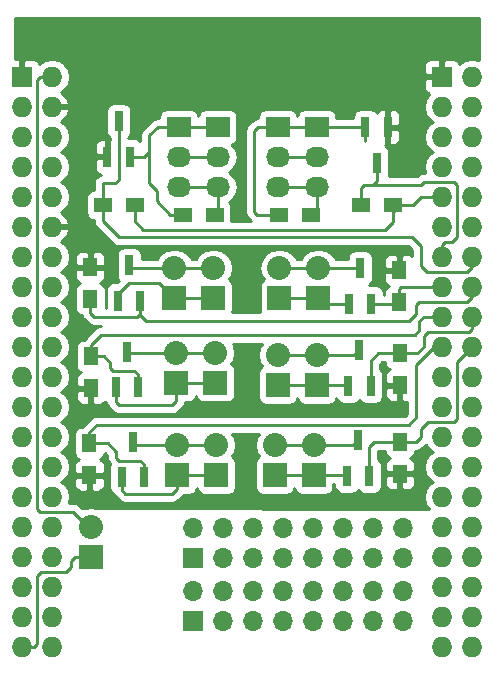
<source format=gbl>
G04 #@! TF.FileFunction,Copper,L2,Bot,Signal*
%FSLAX46Y46*%
G04 Gerber Fmt 4.6, Leading zero omitted, Abs format (unit mm)*
G04 Created by KiCad (PCBNEW 4.0.5) date Mon Feb  6 03:04:20 2017*
%MOMM*%
%LPD*%
G01*
G04 APERTURE LIST*
%ADD10C,0.100000*%
%ADD11R,1.700000X1.700000*%
%ADD12O,1.700000X1.700000*%
%ADD13R,1.500000X1.300000*%
%ADD14R,2.032000X1.727200*%
%ADD15O,2.032000X1.727200*%
%ADD16R,2.032000X2.032000*%
%ADD17O,2.032000X2.032000*%
%ADD18R,0.800100X1.800860*%
%ADD19R,1.727200X1.727200*%
%ADD20O,1.727200X1.727200*%
%ADD21R,1.300000X1.500000*%
%ADD22C,0.254000*%
G04 APERTURE END LIST*
D10*
D11*
X86233000Y-97980500D03*
D12*
X86233000Y-95440500D03*
X88773000Y-97980500D03*
X88773000Y-95440500D03*
X91313000Y-97980500D03*
X91313000Y-95440500D03*
X93853000Y-97980500D03*
X93853000Y-95440500D03*
X96393000Y-97980500D03*
X96393000Y-95440500D03*
X98933000Y-97980500D03*
X98933000Y-95440500D03*
X101473000Y-97980500D03*
X101473000Y-95440500D03*
X104013000Y-97980500D03*
X104013000Y-95440500D03*
D13*
X88091000Y-68961000D03*
X85391000Y-68961000D03*
D14*
X85026500Y-61531500D03*
D15*
X85026500Y-64071500D03*
X85026500Y-66611500D03*
D14*
X88328500Y-61531500D03*
D15*
X88328500Y-64071500D03*
X88328500Y-66611500D03*
D16*
X88138000Y-83185000D03*
D17*
X88138000Y-80645000D03*
D16*
X93408500Y-83375500D03*
D17*
X93408500Y-80835500D03*
D18*
X101280000Y-83416140D03*
X99380000Y-83416140D03*
X100330000Y-80413860D03*
D19*
X71755000Y-57277000D03*
D20*
X74295000Y-57277000D03*
X71755000Y-59817000D03*
X74295000Y-59817000D03*
X71755000Y-62357000D03*
X74295000Y-62357000D03*
X71755000Y-64897000D03*
X74295000Y-64897000D03*
X71755000Y-67437000D03*
X74295000Y-67437000D03*
X71755000Y-69977000D03*
X74295000Y-69977000D03*
X71755000Y-72517000D03*
X74295000Y-72517000D03*
X71755000Y-75057000D03*
X74295000Y-75057000D03*
X71755000Y-77597000D03*
X74295000Y-77597000D03*
X71755000Y-80137000D03*
X74295000Y-80137000D03*
X71755000Y-82677000D03*
X74295000Y-82677000D03*
X71755000Y-85217000D03*
X74295000Y-85217000D03*
X71755000Y-87757000D03*
X74295000Y-87757000D03*
X71755000Y-90297000D03*
X74295000Y-90297000D03*
X71755000Y-92837000D03*
X74295000Y-92837000D03*
X71755000Y-95377000D03*
X74295000Y-95377000D03*
X71755000Y-97917000D03*
X74295000Y-97917000D03*
X71755000Y-100457000D03*
X74295000Y-100457000D03*
X71755000Y-102997000D03*
X74295000Y-102997000D03*
X71755000Y-105537000D03*
X74295000Y-105537000D03*
D19*
X107315000Y-57277000D03*
D20*
X109855000Y-57277000D03*
X107315000Y-59817000D03*
X109855000Y-59817000D03*
X107315000Y-62357000D03*
X109855000Y-62357000D03*
X107315000Y-64897000D03*
X109855000Y-64897000D03*
X107315000Y-67437000D03*
X109855000Y-67437000D03*
X107315000Y-69977000D03*
X109855000Y-69977000D03*
X107315000Y-72517000D03*
X109855000Y-72517000D03*
X107315000Y-75057000D03*
X109855000Y-75057000D03*
X107315000Y-77597000D03*
X109855000Y-77597000D03*
X107315000Y-80137000D03*
X109855000Y-80137000D03*
X107315000Y-82677000D03*
X109855000Y-82677000D03*
X107315000Y-85217000D03*
X109855000Y-85217000D03*
X107315000Y-87757000D03*
X109855000Y-87757000D03*
X107315000Y-90297000D03*
X109855000Y-90297000D03*
X107315000Y-92837000D03*
X109855000Y-92837000D03*
X107315000Y-95377000D03*
X109855000Y-95377000D03*
X107315000Y-97917000D03*
X109855000Y-97917000D03*
X107315000Y-100457000D03*
X109855000Y-100457000D03*
X107315000Y-102997000D03*
X109855000Y-102997000D03*
X107315000Y-105537000D03*
X109855000Y-105537000D03*
D18*
X80896500Y-64048640D03*
X78996500Y-64048640D03*
X79946500Y-61046360D03*
X101343500Y-76494640D03*
X99443500Y-76494640D03*
X100393500Y-73492360D03*
X81785500Y-76240640D03*
X79885500Y-76240640D03*
X80835500Y-73238360D03*
D14*
X93408500Y-61531500D03*
D15*
X93408500Y-64071500D03*
X93408500Y-66611500D03*
D14*
X96710500Y-61531500D03*
D15*
X96710500Y-64071500D03*
X96710500Y-66611500D03*
D16*
X96837500Y-76009500D03*
D17*
X96837500Y-73469500D03*
D16*
X93535500Y-76009500D03*
D17*
X93535500Y-73469500D03*
D16*
X84645500Y-76009500D03*
D17*
X84645500Y-73469500D03*
D16*
X87947500Y-76009500D03*
D17*
X87947500Y-73469500D03*
D16*
X84836000Y-83185000D03*
D17*
X84836000Y-80645000D03*
D16*
X96710500Y-83375500D03*
D17*
X96710500Y-80835500D03*
D16*
X84899500Y-90995500D03*
D17*
X84899500Y-88455500D03*
D16*
X88201500Y-90995500D03*
D17*
X88201500Y-88455500D03*
D16*
X96456500Y-90995500D03*
D17*
X96456500Y-88455500D03*
D16*
X93154500Y-90995500D03*
D17*
X93154500Y-88455500D03*
D18*
X100840500Y-61554360D03*
X102740500Y-61554360D03*
X101790500Y-64556640D03*
X81595000Y-83543140D03*
X79695000Y-83543140D03*
X80645000Y-80540860D03*
X82103000Y-91163140D03*
X80203000Y-91163140D03*
X81153000Y-88160860D03*
X101153000Y-91036140D03*
X99253000Y-91036140D03*
X100203000Y-88033860D03*
D21*
X103695500Y-76343500D03*
X103695500Y-73643500D03*
X77533500Y-76089500D03*
X77533500Y-73389500D03*
X77597000Y-80946000D03*
X77597000Y-83646000D03*
X103759000Y-80692000D03*
X103759000Y-83392000D03*
X77470000Y-88312000D03*
X77470000Y-91012000D03*
X103759000Y-88185000D03*
X103759000Y-90885000D03*
D13*
X96219000Y-68961000D03*
X93519000Y-68961000D03*
X78596500Y-68135500D03*
X81296500Y-68135500D03*
X103140500Y-68135500D03*
X100440500Y-68135500D03*
D16*
X77597000Y-97917000D03*
D17*
X77597000Y-95377000D03*
D11*
X86233000Y-103314500D03*
D12*
X86233000Y-100774500D03*
X88773000Y-103314500D03*
X88773000Y-100774500D03*
X91313000Y-103314500D03*
X91313000Y-100774500D03*
X93853000Y-103314500D03*
X93853000Y-100774500D03*
X96393000Y-103314500D03*
X96393000Y-100774500D03*
X98933000Y-103314500D03*
X98933000Y-100774500D03*
X101473000Y-103314500D03*
X101473000Y-100774500D03*
X104013000Y-103314500D03*
X104013000Y-100774500D03*
D22*
X77597000Y-97917000D02*
X76263500Y-97917000D01*
X72771000Y-105537000D02*
X71755000Y-105537000D01*
X73025000Y-105283000D02*
X72771000Y-105537000D01*
X73025000Y-99504500D02*
X73025000Y-105283000D01*
X73342500Y-99187000D02*
X73025000Y-99504500D01*
X75501500Y-99187000D02*
X73342500Y-99187000D01*
X75882500Y-98806000D02*
X75501500Y-99187000D01*
X75882500Y-98298000D02*
X75882500Y-98806000D01*
X76263500Y-97917000D02*
X75882500Y-98298000D01*
X103140500Y-68135500D02*
X104838500Y-68135500D01*
X105537000Y-67437000D02*
X107315000Y-67437000D01*
X104838500Y-68135500D02*
X105537000Y-67437000D01*
X81296500Y-68135500D02*
X81296500Y-69485500D01*
X103140500Y-69579500D02*
X103140500Y-68135500D01*
X102489000Y-70231000D02*
X103140500Y-69579500D01*
X82042000Y-70231000D02*
X102489000Y-70231000D01*
X81296500Y-69485500D02*
X82042000Y-70231000D01*
X107124500Y-67627500D02*
X107315000Y-67437000D01*
X71755000Y-62357000D02*
X71755000Y-62738000D01*
X103331000Y-68580000D02*
X103140500Y-68770500D01*
X77597000Y-95377000D02*
X77343000Y-95377000D01*
X77343000Y-95377000D02*
X76073000Y-94107000D01*
X76073000Y-94107000D02*
X73279000Y-94107000D01*
X73279000Y-94107000D02*
X73025000Y-93853000D01*
X73025000Y-93853000D02*
X73025000Y-57531000D01*
X73025000Y-57531000D02*
X73279000Y-57277000D01*
X73279000Y-57277000D02*
X74295000Y-57277000D01*
X101473000Y-66421000D02*
X105537000Y-66421000D01*
X107315000Y-71501000D02*
X107315000Y-72517000D01*
X107569000Y-71247000D02*
X107315000Y-71501000D01*
X108204000Y-71247000D02*
X107569000Y-71247000D01*
X108585000Y-70866000D02*
X108204000Y-71247000D01*
X108585000Y-66421000D02*
X108585000Y-70866000D01*
X108331000Y-66167000D02*
X108585000Y-66421000D01*
X105791000Y-66167000D02*
X108331000Y-66167000D01*
X105537000Y-66421000D02*
X105791000Y-66167000D01*
X101790500Y-64556640D02*
X101790500Y-66103500D01*
X100440500Y-66691500D02*
X100440500Y-68135500D01*
X100711000Y-66421000D02*
X100440500Y-66691500D01*
X101473000Y-66421000D02*
X100711000Y-66421000D01*
X101790500Y-66103500D02*
X101473000Y-66421000D01*
X78596500Y-68135500D02*
X78596500Y-69452500D01*
X109855000Y-73406000D02*
X109855000Y-72517000D01*
X109474000Y-73787000D02*
X109855000Y-73406000D01*
X106045000Y-73787000D02*
X109474000Y-73787000D01*
X105537000Y-73279000D02*
X106045000Y-73787000D01*
X105537000Y-71628000D02*
X105537000Y-73279000D01*
X104775000Y-70866000D02*
X105537000Y-71628000D01*
X80010000Y-70866000D02*
X104775000Y-70866000D01*
X78596500Y-69452500D02*
X80010000Y-70866000D01*
X79946500Y-61046360D02*
X79946500Y-65976500D01*
X78596500Y-66310500D02*
X78596500Y-68135500D01*
X78613000Y-66294000D02*
X78596500Y-66310500D01*
X79629000Y-66294000D02*
X78613000Y-66294000D01*
X79946500Y-65976500D02*
X79629000Y-66294000D01*
X103695500Y-76343500D02*
X103695500Y-75247500D01*
X103886000Y-75057000D02*
X107315000Y-75057000D01*
X103695500Y-75247500D02*
X103886000Y-75057000D01*
X101343500Y-76494640D02*
X103544360Y-76494640D01*
X103544360Y-76494640D02*
X103695500Y-76343500D01*
X103695500Y-76343500D02*
X104123500Y-76343500D01*
X101494640Y-76343500D02*
X101343500Y-76494640D01*
X81785500Y-76240640D02*
X81785500Y-77467500D01*
X109855000Y-75946000D02*
X109855000Y-75057000D01*
X109474000Y-76327000D02*
X109855000Y-75946000D01*
X105410000Y-76327000D02*
X109474000Y-76327000D01*
X105156000Y-76581000D02*
X105410000Y-76327000D01*
X105156000Y-77343000D02*
X105156000Y-76581000D01*
X104521000Y-77978000D02*
X105156000Y-77343000D01*
X82296000Y-77978000D02*
X104521000Y-77978000D01*
X81785500Y-77467500D02*
X82296000Y-77978000D01*
X77533500Y-76089500D02*
X77533500Y-77279500D01*
X81785500Y-77345500D02*
X81785500Y-76240640D01*
X81534000Y-77597000D02*
X81785500Y-77345500D01*
X77851000Y-77597000D02*
X81534000Y-77597000D01*
X77533500Y-77279500D02*
X77851000Y-77597000D01*
X81785500Y-76240640D02*
X81785500Y-77091500D01*
X77597000Y-80946000D02*
X77597000Y-80010000D01*
X105791000Y-77597000D02*
X107315000Y-77597000D01*
X105410000Y-77978000D02*
X105791000Y-77597000D01*
X105410000Y-78740000D02*
X105410000Y-77978000D01*
X105029000Y-79121000D02*
X105410000Y-78740000D01*
X78486000Y-79121000D02*
X105029000Y-79121000D01*
X77597000Y-80010000D02*
X78486000Y-79121000D01*
X77470000Y-80946000D02*
X78660000Y-80946000D01*
X81595000Y-82484000D02*
X81595000Y-83543140D01*
X81280000Y-82169000D02*
X81595000Y-82484000D01*
X79502000Y-82169000D02*
X81280000Y-82169000D01*
X79248000Y-81915000D02*
X79502000Y-82169000D01*
X79248000Y-81534000D02*
X79248000Y-81915000D01*
X78660000Y-80946000D02*
X79248000Y-81534000D01*
X103759000Y-80692000D02*
X105236000Y-80692000D01*
X109855000Y-78613000D02*
X109855000Y-77597000D01*
X109601000Y-78867000D02*
X109855000Y-78613000D01*
X106172000Y-78867000D02*
X109601000Y-78867000D01*
X105791000Y-79248000D02*
X106172000Y-78867000D01*
X105791000Y-80137000D02*
X105791000Y-79248000D01*
X105236000Y-80692000D02*
X105791000Y-80137000D01*
X103759000Y-80692000D02*
X101934000Y-80692000D01*
X101280000Y-81346000D02*
X101280000Y-83416140D01*
X101934000Y-80692000D02*
X101280000Y-81346000D01*
X107315000Y-80137000D02*
X106680000Y-80137000D01*
X106680000Y-80137000D02*
X105156000Y-81661000D01*
X77470000Y-87376000D02*
X77470000Y-88312000D01*
X78105000Y-86741000D02*
X77470000Y-87376000D01*
X104521000Y-86741000D02*
X78105000Y-86741000D01*
X105156000Y-86106000D02*
X104521000Y-86741000D01*
X105156000Y-81661000D02*
X105156000Y-86106000D01*
X107315000Y-80137000D02*
X106807000Y-80137000D01*
X77978000Y-88312000D02*
X79041000Y-88312000D01*
X82103000Y-90104000D02*
X82103000Y-91163140D01*
X81788000Y-89789000D02*
X82103000Y-90104000D01*
X80010000Y-89789000D02*
X81788000Y-89789000D01*
X79756000Y-89535000D02*
X80010000Y-89789000D01*
X79756000Y-89027000D02*
X79756000Y-89535000D01*
X79041000Y-88312000D02*
X79756000Y-89027000D01*
X103759000Y-88185000D02*
X105109000Y-88185000D01*
X108585000Y-81407000D02*
X109855000Y-80137000D01*
X108585000Y-86233000D02*
X108585000Y-81407000D01*
X108331000Y-86487000D02*
X108585000Y-86233000D01*
X106172000Y-86487000D02*
X108331000Y-86487000D01*
X105537000Y-87122000D02*
X106172000Y-86487000D01*
X105537000Y-87757000D02*
X105537000Y-87122000D01*
X105109000Y-88185000D02*
X105537000Y-87757000D01*
X101153000Y-91036140D02*
X101153000Y-88585000D01*
X101553000Y-88185000D02*
X103759000Y-88185000D01*
X101153000Y-88585000D02*
X101553000Y-88185000D01*
X93408500Y-61531500D02*
X91757500Y-61531500D01*
X91694000Y-68961000D02*
X93519000Y-68961000D01*
X91440000Y-68707000D02*
X91694000Y-68961000D01*
X91440000Y-61849000D02*
X91440000Y-68707000D01*
X91757500Y-61531500D02*
X91440000Y-61849000D01*
X100840500Y-61554360D02*
X96733360Y-61554360D01*
X96733360Y-61554360D02*
X96710500Y-61531500D01*
X93408500Y-61531500D02*
X96710500Y-61531500D01*
X100840500Y-62189360D02*
X100840500Y-62740500D01*
X96733360Y-62189360D02*
X96710500Y-62166500D01*
X96710500Y-64071500D02*
X93408500Y-64071500D01*
X96710500Y-66611500D02*
X96710500Y-68469500D01*
X96710500Y-68469500D02*
X96219000Y-68961000D01*
X93408500Y-66611500D02*
X96710500Y-66611500D01*
X82550000Y-63627000D02*
X82550000Y-66294000D01*
X84328000Y-68961000D02*
X85391000Y-68961000D01*
X83185000Y-67818000D02*
X84328000Y-68961000D01*
X83185000Y-66929000D02*
X83185000Y-67818000D01*
X82550000Y-66294000D02*
X83185000Y-66929000D01*
X85026500Y-61531500D02*
X83248500Y-61531500D01*
X82128360Y-64048640D02*
X80896500Y-64048640D01*
X82550000Y-63627000D02*
X82128360Y-64048640D01*
X82550000Y-62230000D02*
X82550000Y-63627000D01*
X83248500Y-61531500D02*
X82550000Y-62230000D01*
X85026500Y-61531500D02*
X88328500Y-61531500D01*
X85026500Y-62166500D02*
X84264500Y-62166500D01*
X85026500Y-64071500D02*
X88328500Y-64071500D01*
X88328500Y-66611500D02*
X88328500Y-68723500D01*
X88328500Y-68723500D02*
X88091000Y-68961000D01*
X85026500Y-66611500D02*
X88328500Y-66611500D01*
X99443500Y-76494640D02*
X97322640Y-76494640D01*
X97322640Y-76494640D02*
X96837500Y-76009500D01*
X96837500Y-76009500D02*
X93535500Y-76009500D01*
X100393500Y-73492360D02*
X96860360Y-73492360D01*
X96860360Y-73492360D02*
X96837500Y-73469500D01*
X96837500Y-73469500D02*
X93535500Y-73469500D01*
X79885500Y-76240640D02*
X79885500Y-75689500D01*
X79885500Y-75689500D02*
X80835500Y-74739500D01*
X80835500Y-74739500D02*
X83375500Y-74739500D01*
X83375500Y-74739500D02*
X84645500Y-76009500D01*
X87947500Y-76009500D02*
X84645500Y-76009500D01*
X84645500Y-73469500D02*
X81066640Y-73469500D01*
X81066640Y-73469500D02*
X80835500Y-73238360D01*
X87947500Y-73469500D02*
X84645500Y-73469500D01*
X79695000Y-83543140D02*
X79695000Y-84775000D01*
X84836000Y-84709000D02*
X84836000Y-83185000D01*
X84455000Y-85090000D02*
X84836000Y-84709000D01*
X80010000Y-85090000D02*
X84455000Y-85090000D01*
X79695000Y-84775000D02*
X80010000Y-85090000D01*
X84836000Y-83185000D02*
X88138000Y-83185000D01*
X84836000Y-80645000D02*
X80749140Y-80645000D01*
X80749140Y-80645000D02*
X80645000Y-80540860D01*
X84836000Y-80645000D02*
X88138000Y-80645000D01*
X96710500Y-83375500D02*
X99339360Y-83375500D01*
X99339360Y-83375500D02*
X99380000Y-83416140D01*
X93408500Y-83375500D02*
X96710500Y-83375500D01*
X96710500Y-80835500D02*
X99908360Y-80835500D01*
X99908360Y-80835500D02*
X100330000Y-80413860D01*
X96710500Y-80835500D02*
X93408500Y-80835500D01*
X80203000Y-91163140D02*
X80203000Y-92268000D01*
X84899500Y-92138500D02*
X84899500Y-90995500D01*
X84455000Y-92583000D02*
X84899500Y-92138500D01*
X80518000Y-92583000D02*
X84455000Y-92583000D01*
X80203000Y-92268000D02*
X80518000Y-92583000D01*
X88201500Y-90995500D02*
X84899500Y-90995500D01*
X84899500Y-88455500D02*
X81447640Y-88455500D01*
X81447640Y-88455500D02*
X81153000Y-88160860D01*
X88224360Y-88478360D02*
X88201500Y-88455500D01*
X88201500Y-88455500D02*
X84899500Y-88455500D01*
X96456500Y-90995500D02*
X99212360Y-90995500D01*
X99212360Y-90995500D02*
X99253000Y-91036140D01*
X96456500Y-90995500D02*
X93154500Y-90995500D01*
X96456500Y-88455500D02*
X99781360Y-88455500D01*
X99781360Y-88455500D02*
X100203000Y-88033860D01*
X96456500Y-88455500D02*
X93154500Y-88455500D01*
G36*
X110415000Y-55883951D02*
X109884359Y-55778400D01*
X109825641Y-55778400D01*
X109252152Y-55892474D01*
X108780644Y-56207526D01*
X108716927Y-56053701D01*
X108538298Y-55875073D01*
X108304909Y-55778400D01*
X107600750Y-55778400D01*
X107442000Y-55937150D01*
X107442000Y-57150000D01*
X107462000Y-57150000D01*
X107462000Y-57404000D01*
X107442000Y-57404000D01*
X107442000Y-57424000D01*
X107188000Y-57424000D01*
X107188000Y-57404000D01*
X105975150Y-57404000D01*
X105816400Y-57562750D01*
X105816400Y-58266910D01*
X105913073Y-58500299D01*
X106091702Y-58678927D01*
X106247023Y-58743263D01*
X106225971Y-58757330D01*
X105901115Y-59243511D01*
X105787041Y-59817000D01*
X105901115Y-60390489D01*
X106225971Y-60876670D01*
X106540752Y-61087000D01*
X106225971Y-61297330D01*
X105901115Y-61783511D01*
X105787041Y-62357000D01*
X105901115Y-62930489D01*
X106225971Y-63416670D01*
X106540752Y-63627000D01*
X106225971Y-63837330D01*
X105901115Y-64323511D01*
X105787041Y-64897000D01*
X105888088Y-65405000D01*
X105791000Y-65405000D01*
X105499395Y-65463004D01*
X105252184Y-65628185D01*
X105221369Y-65659000D01*
X102797098Y-65659000D01*
X102837990Y-65457070D01*
X102837990Y-63656210D01*
X102793712Y-63420893D01*
X102654640Y-63204769D01*
X102467582Y-63076958D01*
X102613500Y-62931040D01*
X102613500Y-61681360D01*
X102867500Y-61681360D01*
X102867500Y-62931040D01*
X103026250Y-63089790D01*
X103266859Y-63089790D01*
X103500248Y-62993117D01*
X103678877Y-62814489D01*
X103775550Y-62581100D01*
X103775550Y-61840110D01*
X103616800Y-61681360D01*
X102867500Y-61681360D01*
X102613500Y-61681360D01*
X102593500Y-61681360D01*
X102593500Y-61427360D01*
X102613500Y-61427360D01*
X102613500Y-60177680D01*
X102867500Y-60177680D01*
X102867500Y-61427360D01*
X103616800Y-61427360D01*
X103775550Y-61268610D01*
X103775550Y-60527620D01*
X103678877Y-60294231D01*
X103500248Y-60115603D01*
X103266859Y-60018930D01*
X103026250Y-60018930D01*
X102867500Y-60177680D01*
X102613500Y-60177680D01*
X102454750Y-60018930D01*
X102214141Y-60018930D01*
X101980752Y-60115603D01*
X101802123Y-60294231D01*
X101787066Y-60330582D01*
X101704640Y-60202489D01*
X101492440Y-60057499D01*
X101240550Y-60006490D01*
X100440450Y-60006490D01*
X100205133Y-60050768D01*
X99989009Y-60189840D01*
X99844019Y-60402040D01*
X99793010Y-60653930D01*
X99793010Y-60792360D01*
X98373940Y-60792360D01*
X98373940Y-60667900D01*
X98329662Y-60432583D01*
X98190590Y-60216459D01*
X97978390Y-60071469D01*
X97726500Y-60020460D01*
X95694500Y-60020460D01*
X95459183Y-60064738D01*
X95243059Y-60203810D01*
X95098069Y-60416010D01*
X95059957Y-60604214D01*
X95027662Y-60432583D01*
X94888590Y-60216459D01*
X94676390Y-60071469D01*
X94424500Y-60020460D01*
X92392500Y-60020460D01*
X92157183Y-60064738D01*
X91941059Y-60203810D01*
X91796069Y-60416010D01*
X91745060Y-60667900D01*
X91745060Y-60771974D01*
X91465895Y-60827504D01*
X91392313Y-60876670D01*
X91218685Y-60992684D01*
X90901185Y-61310185D01*
X90736004Y-61557395D01*
X90678000Y-61849000D01*
X90678000Y-68707000D01*
X90736004Y-68998605D01*
X90778433Y-69062104D01*
X90901185Y-69245815D01*
X91124369Y-69469000D01*
X89488440Y-69469000D01*
X89488440Y-68311000D01*
X89444162Y-68075683D01*
X89305090Y-67859559D01*
X89298109Y-67854789D01*
X89572915Y-67671170D01*
X89897771Y-67184989D01*
X90011845Y-66611500D01*
X89897771Y-66038011D01*
X89572915Y-65551830D01*
X89258134Y-65341500D01*
X89572915Y-65131170D01*
X89897771Y-64644989D01*
X90011845Y-64071500D01*
X89897771Y-63498011D01*
X89572915Y-63011830D01*
X89558587Y-63002257D01*
X89579817Y-62998262D01*
X89795941Y-62859190D01*
X89940931Y-62646990D01*
X89991940Y-62395100D01*
X89991940Y-60667900D01*
X89947662Y-60432583D01*
X89808590Y-60216459D01*
X89596390Y-60071469D01*
X89344500Y-60020460D01*
X87312500Y-60020460D01*
X87077183Y-60064738D01*
X86861059Y-60203810D01*
X86716069Y-60416010D01*
X86677957Y-60604214D01*
X86645662Y-60432583D01*
X86506590Y-60216459D01*
X86294390Y-60071469D01*
X86042500Y-60020460D01*
X84010500Y-60020460D01*
X83775183Y-60064738D01*
X83559059Y-60203810D01*
X83414069Y-60416010D01*
X83363060Y-60667900D01*
X83363060Y-60769500D01*
X83248500Y-60769500D01*
X82956895Y-60827504D01*
X82709685Y-60992685D01*
X82011185Y-61691185D01*
X81846004Y-61938395D01*
X81788000Y-62230000D01*
X81788000Y-62739288D01*
X81760640Y-62696769D01*
X81548440Y-62551779D01*
X81296550Y-62500770D01*
X80708500Y-62500770D01*
X80708500Y-62468466D01*
X80797991Y-62410880D01*
X80942981Y-62198680D01*
X80993990Y-61946790D01*
X80993990Y-60145930D01*
X80949712Y-59910613D01*
X80810640Y-59694489D01*
X80598440Y-59549499D01*
X80346550Y-59498490D01*
X79546450Y-59498490D01*
X79311133Y-59542768D01*
X79095009Y-59681840D01*
X78950019Y-59894040D01*
X78899010Y-60145930D01*
X78899010Y-61946790D01*
X78943288Y-62182107D01*
X79082360Y-62398231D01*
X79184500Y-62468020D01*
X79184500Y-62610960D01*
X79123500Y-62671960D01*
X79123500Y-63921640D01*
X79143500Y-63921640D01*
X79143500Y-64175640D01*
X79123500Y-64175640D01*
X79123500Y-64195640D01*
X78869500Y-64195640D01*
X78869500Y-64175640D01*
X78120200Y-64175640D01*
X77961450Y-64334390D01*
X77961450Y-65075380D01*
X78058123Y-65308769D01*
X78236752Y-65487397D01*
X78431562Y-65568090D01*
X78321396Y-65590003D01*
X78074185Y-65755184D01*
X78057685Y-65771685D01*
X77892504Y-66018895D01*
X77834500Y-66310500D01*
X77834500Y-66840318D01*
X77611183Y-66882338D01*
X77395059Y-67021410D01*
X77250069Y-67233610D01*
X77199060Y-67485500D01*
X77199060Y-68785500D01*
X77243338Y-69020817D01*
X77382410Y-69236941D01*
X77594610Y-69381931D01*
X77834500Y-69430510D01*
X77834500Y-69452500D01*
X77892504Y-69744105D01*
X77960800Y-69846317D01*
X78057685Y-69991315D01*
X79471185Y-71404815D01*
X79718395Y-71569996D01*
X80010000Y-71628000D01*
X104459370Y-71628000D01*
X104775000Y-71943631D01*
X104775000Y-72424974D01*
X104705199Y-72355173D01*
X104471810Y-72258500D01*
X103981250Y-72258500D01*
X103822500Y-72417250D01*
X103822500Y-73516500D01*
X103842500Y-73516500D01*
X103842500Y-73770500D01*
X103822500Y-73770500D01*
X103822500Y-73790500D01*
X103568500Y-73790500D01*
X103568500Y-73770500D01*
X102569250Y-73770500D01*
X102410500Y-73929250D01*
X102410500Y-74519809D01*
X102507173Y-74753198D01*
X102685801Y-74931827D01*
X102821787Y-74988154D01*
X102810183Y-74990338D01*
X102594059Y-75129410D01*
X102449069Y-75341610D01*
X102398060Y-75593500D01*
X102398060Y-75732640D01*
X102390990Y-75732640D01*
X102390990Y-75594210D01*
X102346712Y-75358893D01*
X102207640Y-75142769D01*
X101995440Y-74997779D01*
X101743550Y-74946770D01*
X101105298Y-74946770D01*
X101244991Y-74856880D01*
X101389981Y-74644680D01*
X101440990Y-74392790D01*
X101440990Y-72767191D01*
X102410500Y-72767191D01*
X102410500Y-73357750D01*
X102569250Y-73516500D01*
X103568500Y-73516500D01*
X103568500Y-72417250D01*
X103409750Y-72258500D01*
X102919190Y-72258500D01*
X102685801Y-72355173D01*
X102507173Y-72533802D01*
X102410500Y-72767191D01*
X101440990Y-72767191D01*
X101440990Y-72591930D01*
X101396712Y-72356613D01*
X101257640Y-72140489D01*
X101045440Y-71995499D01*
X100793550Y-71944490D01*
X99993450Y-71944490D01*
X99758133Y-71988768D01*
X99542009Y-72127840D01*
X99397019Y-72340040D01*
X99346010Y-72591930D01*
X99346010Y-72730360D01*
X98323454Y-72730360D01*
X98037278Y-72302067D01*
X97501655Y-71944175D01*
X96869845Y-71818500D01*
X96805155Y-71818500D01*
X96173345Y-71944175D01*
X95637722Y-72302067D01*
X95366820Y-72707500D01*
X95006180Y-72707500D01*
X94735278Y-72302067D01*
X94199655Y-71944175D01*
X93567845Y-71818500D01*
X93503155Y-71818500D01*
X92871345Y-71944175D01*
X92335722Y-72302067D01*
X91977830Y-72837690D01*
X91852155Y-73469500D01*
X91977830Y-74101310D01*
X92204999Y-74441292D01*
X92068059Y-74529410D01*
X91923069Y-74741610D01*
X91872060Y-74993500D01*
X91872060Y-77025500D01*
X91907905Y-77216000D01*
X89572363Y-77216000D01*
X89610940Y-77025500D01*
X89610940Y-74993500D01*
X89566662Y-74758183D01*
X89427590Y-74542059D01*
X89278663Y-74440302D01*
X89505170Y-74101310D01*
X89630845Y-73469500D01*
X89505170Y-72837690D01*
X89147278Y-72302067D01*
X88611655Y-71944175D01*
X87979845Y-71818500D01*
X87915155Y-71818500D01*
X87283345Y-71944175D01*
X86747722Y-72302067D01*
X86476820Y-72707500D01*
X86116180Y-72707500D01*
X85845278Y-72302067D01*
X85309655Y-71944175D01*
X84677845Y-71818500D01*
X84613155Y-71818500D01*
X83981345Y-71944175D01*
X83445722Y-72302067D01*
X83174820Y-72707500D01*
X81882990Y-72707500D01*
X81882990Y-72337930D01*
X81838712Y-72102613D01*
X81699640Y-71886489D01*
X81487440Y-71741499D01*
X81235550Y-71690490D01*
X80435450Y-71690490D01*
X80200133Y-71734768D01*
X79984009Y-71873840D01*
X79839019Y-72086040D01*
X79788010Y-72337930D01*
X79788010Y-74138790D01*
X79832288Y-74374107D01*
X79946215Y-74551155D01*
X79804600Y-74692770D01*
X79485450Y-74692770D01*
X79250133Y-74737048D01*
X79034009Y-74876120D01*
X78889019Y-75088320D01*
X78838010Y-75340210D01*
X78838010Y-76835000D01*
X78830940Y-76835000D01*
X78830940Y-75339500D01*
X78786662Y-75104183D01*
X78647590Y-74888059D01*
X78435390Y-74743069D01*
X78402010Y-74736309D01*
X78543199Y-74677827D01*
X78721827Y-74499198D01*
X78818500Y-74265809D01*
X78818500Y-73675250D01*
X78659750Y-73516500D01*
X77660500Y-73516500D01*
X77660500Y-73536500D01*
X77406500Y-73536500D01*
X77406500Y-73516500D01*
X76407250Y-73516500D01*
X76248500Y-73675250D01*
X76248500Y-74265809D01*
X76345173Y-74499198D01*
X76523801Y-74677827D01*
X76659787Y-74734154D01*
X76648183Y-74736338D01*
X76432059Y-74875410D01*
X76287069Y-75087610D01*
X76236060Y-75339500D01*
X76236060Y-76839500D01*
X76280338Y-77074817D01*
X76419410Y-77290941D01*
X76631610Y-77435931D01*
X76809794Y-77472014D01*
X76829504Y-77571105D01*
X76955122Y-77759105D01*
X76994685Y-77818315D01*
X77312185Y-78135816D01*
X77452394Y-78229500D01*
X77559395Y-78300996D01*
X77851000Y-78359000D01*
X78486000Y-78359000D01*
X78194395Y-78417004D01*
X78091136Y-78486000D01*
X77947185Y-78582185D01*
X77058185Y-79471185D01*
X77006485Y-79548560D01*
X76947000Y-79548560D01*
X76711683Y-79592838D01*
X76495559Y-79731910D01*
X76350569Y-79944110D01*
X76299560Y-80196000D01*
X76299560Y-81696000D01*
X76343838Y-81931317D01*
X76482910Y-82147441D01*
X76695110Y-82292431D01*
X76728490Y-82299191D01*
X76587301Y-82357673D01*
X76408673Y-82536302D01*
X76312000Y-82769691D01*
X76312000Y-83360250D01*
X76470750Y-83519000D01*
X77470000Y-83519000D01*
X77470000Y-83499000D01*
X77724000Y-83499000D01*
X77724000Y-83519000D01*
X77744000Y-83519000D01*
X77744000Y-83773000D01*
X77724000Y-83773000D01*
X77724000Y-84872250D01*
X77882750Y-85031000D01*
X78373310Y-85031000D01*
X78606699Y-84934327D01*
X78758486Y-84782539D01*
X78830860Y-84895011D01*
X78976692Y-84994654D01*
X78991004Y-85066605D01*
X79091495Y-85217000D01*
X79156185Y-85313815D01*
X79471184Y-85628815D01*
X79701944Y-85783004D01*
X79718395Y-85793996D01*
X80010000Y-85852000D01*
X84455000Y-85852000D01*
X84746605Y-85793996D01*
X84993815Y-85628815D01*
X85374815Y-85247816D01*
X85539996Y-85000605D01*
X85547275Y-84964010D01*
X85570264Y-84848440D01*
X85852000Y-84848440D01*
X86087317Y-84804162D01*
X86303441Y-84665090D01*
X86448431Y-84452890D01*
X86486543Y-84264686D01*
X86518838Y-84436317D01*
X86657910Y-84652441D01*
X86870110Y-84797431D01*
X87122000Y-84848440D01*
X89154000Y-84848440D01*
X89389317Y-84804162D01*
X89605441Y-84665090D01*
X89750431Y-84452890D01*
X89801440Y-84201000D01*
X89801440Y-82169000D01*
X89757162Y-81933683D01*
X89618090Y-81717559D01*
X89469163Y-81615802D01*
X89695670Y-81276810D01*
X89821345Y-80645000D01*
X89695670Y-80013190D01*
X89608680Y-79883000D01*
X92065108Y-79883000D01*
X91850830Y-80203690D01*
X91725155Y-80835500D01*
X91850830Y-81467310D01*
X92077999Y-81807292D01*
X91941059Y-81895410D01*
X91796069Y-82107610D01*
X91745060Y-82359500D01*
X91745060Y-84391500D01*
X91789338Y-84626817D01*
X91928410Y-84842941D01*
X92140610Y-84987931D01*
X92392500Y-85038940D01*
X94424500Y-85038940D01*
X94659817Y-84994662D01*
X94875941Y-84855590D01*
X95020931Y-84643390D01*
X95059043Y-84455186D01*
X95091338Y-84626817D01*
X95230410Y-84842941D01*
X95442610Y-84987931D01*
X95694500Y-85038940D01*
X97726500Y-85038940D01*
X97961817Y-84994662D01*
X98177941Y-84855590D01*
X98322931Y-84643390D01*
X98359773Y-84461459D01*
X98376788Y-84551887D01*
X98515860Y-84768011D01*
X98728060Y-84913001D01*
X98979950Y-84964010D01*
X99780050Y-84964010D01*
X100015367Y-84919732D01*
X100231491Y-84780660D01*
X100330632Y-84635563D01*
X100415860Y-84768011D01*
X100628060Y-84913001D01*
X100879950Y-84964010D01*
X101680050Y-84964010D01*
X101915367Y-84919732D01*
X102131491Y-84780660D01*
X102276481Y-84568460D01*
X102327490Y-84316570D01*
X102327490Y-83677750D01*
X102474000Y-83677750D01*
X102474000Y-84268309D01*
X102570673Y-84501698D01*
X102749301Y-84680327D01*
X102982690Y-84777000D01*
X103473250Y-84777000D01*
X103632000Y-84618250D01*
X103632000Y-83519000D01*
X102632750Y-83519000D01*
X102474000Y-83677750D01*
X102327490Y-83677750D01*
X102327490Y-82515710D01*
X102283212Y-82280393D01*
X102144140Y-82064269D01*
X102042000Y-81994480D01*
X102042000Y-81661630D01*
X102249631Y-81454000D01*
X102463818Y-81454000D01*
X102505838Y-81677317D01*
X102644910Y-81893441D01*
X102857110Y-82038431D01*
X102890490Y-82045191D01*
X102749301Y-82103673D01*
X102570673Y-82282302D01*
X102474000Y-82515691D01*
X102474000Y-83106250D01*
X102632750Y-83265000D01*
X103632000Y-83265000D01*
X103632000Y-83245000D01*
X103886000Y-83245000D01*
X103886000Y-83265000D01*
X103906000Y-83265000D01*
X103906000Y-83519000D01*
X103886000Y-83519000D01*
X103886000Y-84618250D01*
X104044750Y-84777000D01*
X104394000Y-84777000D01*
X104394000Y-85790369D01*
X104205370Y-85979000D01*
X78105000Y-85979000D01*
X77813395Y-86037004D01*
X77714377Y-86103166D01*
X77566185Y-86202184D01*
X76931185Y-86837185D01*
X76879485Y-86914560D01*
X76820000Y-86914560D01*
X76584683Y-86958838D01*
X76368559Y-87097910D01*
X76223569Y-87310110D01*
X76172560Y-87562000D01*
X76172560Y-89062000D01*
X76216838Y-89297317D01*
X76355910Y-89513441D01*
X76568110Y-89658431D01*
X76601490Y-89665191D01*
X76460301Y-89723673D01*
X76281673Y-89902302D01*
X76185000Y-90135691D01*
X76185000Y-90726250D01*
X76343750Y-90885000D01*
X77343000Y-90885000D01*
X77343000Y-90865000D01*
X77597000Y-90865000D01*
X77597000Y-90885000D01*
X78596250Y-90885000D01*
X78755000Y-90726250D01*
X78755000Y-90135691D01*
X78658327Y-89902302D01*
X78479699Y-89723673D01*
X78343713Y-89667346D01*
X78355317Y-89665162D01*
X78571441Y-89526090D01*
X78716431Y-89313890D01*
X78758334Y-89106965D01*
X78994000Y-89342631D01*
X78994000Y-89535000D01*
X79052004Y-89826605D01*
X79175093Y-90010820D01*
X79199210Y-90046913D01*
X79155510Y-90262710D01*
X79155510Y-92063570D01*
X79199788Y-92298887D01*
X79338860Y-92515011D01*
X79551060Y-92660001D01*
X79568438Y-92663520D01*
X79577656Y-92677315D01*
X79664185Y-92806815D01*
X79979184Y-93121815D01*
X80226395Y-93286996D01*
X80518000Y-93345000D01*
X84455000Y-93345000D01*
X84746605Y-93286996D01*
X84993815Y-93121815D01*
X85438315Y-92677315D01*
X85450593Y-92658940D01*
X85915500Y-92658940D01*
X86150817Y-92614662D01*
X86366941Y-92475590D01*
X86511931Y-92263390D01*
X86550043Y-92075186D01*
X86582338Y-92246817D01*
X86721410Y-92462941D01*
X86933610Y-92607931D01*
X87185500Y-92658940D01*
X89217500Y-92658940D01*
X89452817Y-92614662D01*
X89668941Y-92475590D01*
X89813931Y-92263390D01*
X89864940Y-92011500D01*
X89864940Y-89979500D01*
X89820662Y-89744183D01*
X89681590Y-89528059D01*
X89532663Y-89426302D01*
X89759170Y-89087310D01*
X89884845Y-88455500D01*
X89759170Y-87823690D01*
X89544892Y-87503000D01*
X91811108Y-87503000D01*
X91596830Y-87823690D01*
X91471155Y-88455500D01*
X91596830Y-89087310D01*
X91823999Y-89427292D01*
X91687059Y-89515410D01*
X91542069Y-89727610D01*
X91491060Y-89979500D01*
X91491060Y-92011500D01*
X91535338Y-92246817D01*
X91674410Y-92462941D01*
X91886610Y-92607931D01*
X92138500Y-92658940D01*
X94170500Y-92658940D01*
X94405817Y-92614662D01*
X94621941Y-92475590D01*
X94766931Y-92263390D01*
X94805043Y-92075186D01*
X94837338Y-92246817D01*
X94976410Y-92462941D01*
X95188610Y-92607931D01*
X95440500Y-92658940D01*
X97472500Y-92658940D01*
X97707817Y-92614662D01*
X97923941Y-92475590D01*
X98068931Y-92263390D01*
X98119940Y-92011500D01*
X98119940Y-91757500D01*
X98205510Y-91757500D01*
X98205510Y-91936570D01*
X98249788Y-92171887D01*
X98388860Y-92388011D01*
X98601060Y-92533001D01*
X98852950Y-92584010D01*
X99653050Y-92584010D01*
X99888367Y-92539732D01*
X100104491Y-92400660D01*
X100203632Y-92255563D01*
X100288860Y-92388011D01*
X100501060Y-92533001D01*
X100752950Y-92584010D01*
X101553050Y-92584010D01*
X101788367Y-92539732D01*
X102004491Y-92400660D01*
X102149481Y-92188460D01*
X102200490Y-91936570D01*
X102200490Y-91170750D01*
X102474000Y-91170750D01*
X102474000Y-91761309D01*
X102570673Y-91994698D01*
X102749301Y-92173327D01*
X102982690Y-92270000D01*
X103473250Y-92270000D01*
X103632000Y-92111250D01*
X103632000Y-91012000D01*
X103886000Y-91012000D01*
X103886000Y-92111250D01*
X104044750Y-92270000D01*
X104535310Y-92270000D01*
X104768699Y-92173327D01*
X104947327Y-91994698D01*
X105044000Y-91761309D01*
X105044000Y-91170750D01*
X104885250Y-91012000D01*
X103886000Y-91012000D01*
X103632000Y-91012000D01*
X102632750Y-91012000D01*
X102474000Y-91170750D01*
X102200490Y-91170750D01*
X102200490Y-90135710D01*
X102156212Y-89900393D01*
X102017140Y-89684269D01*
X101915000Y-89614480D01*
X101915000Y-88947000D01*
X102463818Y-88947000D01*
X102505838Y-89170317D01*
X102644910Y-89386441D01*
X102857110Y-89531431D01*
X102890490Y-89538191D01*
X102749301Y-89596673D01*
X102570673Y-89775302D01*
X102474000Y-90008691D01*
X102474000Y-90599250D01*
X102632750Y-90758000D01*
X103632000Y-90758000D01*
X103632000Y-90738000D01*
X103886000Y-90738000D01*
X103886000Y-90758000D01*
X104885250Y-90758000D01*
X105044000Y-90599250D01*
X105044000Y-90008691D01*
X104947327Y-89775302D01*
X104768699Y-89596673D01*
X104632713Y-89540346D01*
X104644317Y-89538162D01*
X104860441Y-89399090D01*
X105005431Y-89186890D01*
X105054010Y-88947000D01*
X105109000Y-88947000D01*
X105400605Y-88888996D01*
X105647815Y-88723815D01*
X105957202Y-88414429D01*
X106225971Y-88816670D01*
X106540752Y-89027000D01*
X106225971Y-89237330D01*
X105901115Y-89723511D01*
X105787041Y-90297000D01*
X105901115Y-90870489D01*
X106225971Y-91356670D01*
X106540752Y-91567000D01*
X106225971Y-91777330D01*
X105901115Y-92263511D01*
X105787041Y-92837000D01*
X105901115Y-93410489D01*
X106191641Y-93845291D01*
X78007670Y-93801254D01*
X77629345Y-93726000D01*
X77564655Y-93726000D01*
X77192731Y-93799980D01*
X76843065Y-93799434D01*
X76611815Y-93568185D01*
X76601655Y-93561396D01*
X76364605Y-93403004D01*
X76073000Y-93345000D01*
X75721912Y-93345000D01*
X75822959Y-92837000D01*
X75708885Y-92263511D01*
X75384029Y-91777330D01*
X75069248Y-91567000D01*
X75384029Y-91356670D01*
X75423398Y-91297750D01*
X76185000Y-91297750D01*
X76185000Y-91888309D01*
X76281673Y-92121698D01*
X76460301Y-92300327D01*
X76693690Y-92397000D01*
X77184250Y-92397000D01*
X77343000Y-92238250D01*
X77343000Y-91139000D01*
X77597000Y-91139000D01*
X77597000Y-92238250D01*
X77755750Y-92397000D01*
X78246310Y-92397000D01*
X78479699Y-92300327D01*
X78658327Y-92121698D01*
X78755000Y-91888309D01*
X78755000Y-91297750D01*
X78596250Y-91139000D01*
X77597000Y-91139000D01*
X77343000Y-91139000D01*
X76343750Y-91139000D01*
X76185000Y-91297750D01*
X75423398Y-91297750D01*
X75708885Y-90870489D01*
X75822959Y-90297000D01*
X75708885Y-89723511D01*
X75384029Y-89237330D01*
X75069248Y-89027000D01*
X75384029Y-88816670D01*
X75708885Y-88330489D01*
X75822959Y-87757000D01*
X75708885Y-87183511D01*
X75384029Y-86697330D01*
X75069248Y-86487000D01*
X75384029Y-86276670D01*
X75708885Y-85790489D01*
X75822959Y-85217000D01*
X75708885Y-84643511D01*
X75384029Y-84157330D01*
X75069248Y-83947000D01*
X75092071Y-83931750D01*
X76312000Y-83931750D01*
X76312000Y-84522309D01*
X76408673Y-84755698D01*
X76587301Y-84934327D01*
X76820690Y-85031000D01*
X77311250Y-85031000D01*
X77470000Y-84872250D01*
X77470000Y-83773000D01*
X76470750Y-83773000D01*
X76312000Y-83931750D01*
X75092071Y-83931750D01*
X75384029Y-83736670D01*
X75708885Y-83250489D01*
X75822959Y-82677000D01*
X75708885Y-82103511D01*
X75384029Y-81617330D01*
X75069248Y-81407000D01*
X75384029Y-81196670D01*
X75708885Y-80710489D01*
X75822959Y-80137000D01*
X75708885Y-79563511D01*
X75384029Y-79077330D01*
X75069248Y-78867000D01*
X75384029Y-78656670D01*
X75708885Y-78170489D01*
X75822959Y-77597000D01*
X75708885Y-77023511D01*
X75384029Y-76537330D01*
X75069248Y-76327000D01*
X75384029Y-76116670D01*
X75708885Y-75630489D01*
X75822959Y-75057000D01*
X75708885Y-74483511D01*
X75384029Y-73997330D01*
X75069248Y-73787000D01*
X75384029Y-73576670D01*
X75708885Y-73090489D01*
X75822959Y-72517000D01*
X75822202Y-72513191D01*
X76248500Y-72513191D01*
X76248500Y-73103750D01*
X76407250Y-73262500D01*
X77406500Y-73262500D01*
X77406500Y-72163250D01*
X77660500Y-72163250D01*
X77660500Y-73262500D01*
X78659750Y-73262500D01*
X78818500Y-73103750D01*
X78818500Y-72513191D01*
X78721827Y-72279802D01*
X78543199Y-72101173D01*
X78309810Y-72004500D01*
X77819250Y-72004500D01*
X77660500Y-72163250D01*
X77406500Y-72163250D01*
X77247750Y-72004500D01*
X76757190Y-72004500D01*
X76523801Y-72101173D01*
X76345173Y-72279802D01*
X76248500Y-72513191D01*
X75822202Y-72513191D01*
X75708885Y-71943511D01*
X75384029Y-71457330D01*
X75060772Y-71241336D01*
X75183490Y-71183821D01*
X75577688Y-70751947D01*
X75749958Y-70336026D01*
X75628817Y-70104000D01*
X74422000Y-70104000D01*
X74422000Y-70124000D01*
X74168000Y-70124000D01*
X74168000Y-70104000D01*
X74148000Y-70104000D01*
X74148000Y-69850000D01*
X74168000Y-69850000D01*
X74168000Y-69830000D01*
X74422000Y-69830000D01*
X74422000Y-69850000D01*
X75628817Y-69850000D01*
X75749958Y-69617974D01*
X75577688Y-69202053D01*
X75183490Y-68770179D01*
X75060772Y-68712664D01*
X75384029Y-68496670D01*
X75708885Y-68010489D01*
X75822959Y-67437000D01*
X75708885Y-66863511D01*
X75384029Y-66377330D01*
X75069248Y-66167000D01*
X75384029Y-65956670D01*
X75708885Y-65470489D01*
X75822959Y-64897000D01*
X75708885Y-64323511D01*
X75384029Y-63837330D01*
X75069248Y-63627000D01*
X75384029Y-63416670D01*
X75647806Y-63021900D01*
X77961450Y-63021900D01*
X77961450Y-63762890D01*
X78120200Y-63921640D01*
X78869500Y-63921640D01*
X78869500Y-62671960D01*
X78710750Y-62513210D01*
X78470141Y-62513210D01*
X78236752Y-62609883D01*
X78058123Y-62788511D01*
X77961450Y-63021900D01*
X75647806Y-63021900D01*
X75708885Y-62930489D01*
X75822959Y-62357000D01*
X75708885Y-61783511D01*
X75384029Y-61297330D01*
X75060772Y-61081336D01*
X75183490Y-61023821D01*
X75577688Y-60591947D01*
X75749958Y-60176026D01*
X75628817Y-59944000D01*
X74422000Y-59944000D01*
X74422000Y-59964000D01*
X74168000Y-59964000D01*
X74168000Y-59944000D01*
X74148000Y-59944000D01*
X74148000Y-59690000D01*
X74168000Y-59690000D01*
X74168000Y-59670000D01*
X74422000Y-59670000D01*
X74422000Y-59690000D01*
X75628817Y-59690000D01*
X75749958Y-59457974D01*
X75577688Y-59042053D01*
X75183490Y-58610179D01*
X75060772Y-58552664D01*
X75384029Y-58336670D01*
X75708885Y-57850489D01*
X75822959Y-57277000D01*
X75708885Y-56703511D01*
X75430642Y-56287090D01*
X105816400Y-56287090D01*
X105816400Y-56991250D01*
X105975150Y-57150000D01*
X107188000Y-57150000D01*
X107188000Y-55937150D01*
X107029250Y-55778400D01*
X106325091Y-55778400D01*
X106091702Y-55875073D01*
X105913073Y-56053701D01*
X105816400Y-56287090D01*
X75430642Y-56287090D01*
X75384029Y-56217330D01*
X74897848Y-55892474D01*
X74324359Y-55778400D01*
X74265641Y-55778400D01*
X73692152Y-55892474D01*
X73220644Y-56207526D01*
X73156927Y-56053701D01*
X72978298Y-55875073D01*
X72744909Y-55778400D01*
X72040750Y-55778400D01*
X71882000Y-55937150D01*
X71882000Y-57150000D01*
X71902000Y-57150000D01*
X71902000Y-57404000D01*
X71882000Y-57404000D01*
X71882000Y-57424000D01*
X71628000Y-57424000D01*
X71628000Y-57404000D01*
X71608000Y-57404000D01*
X71608000Y-57150000D01*
X71628000Y-57150000D01*
X71628000Y-55937150D01*
X71469250Y-55778400D01*
X71195000Y-55778400D01*
X71195000Y-52272000D01*
X110415000Y-52272000D01*
X110415000Y-55883951D01*
X110415000Y-55883951D01*
G37*
X110415000Y-55883951D02*
X109884359Y-55778400D01*
X109825641Y-55778400D01*
X109252152Y-55892474D01*
X108780644Y-56207526D01*
X108716927Y-56053701D01*
X108538298Y-55875073D01*
X108304909Y-55778400D01*
X107600750Y-55778400D01*
X107442000Y-55937150D01*
X107442000Y-57150000D01*
X107462000Y-57150000D01*
X107462000Y-57404000D01*
X107442000Y-57404000D01*
X107442000Y-57424000D01*
X107188000Y-57424000D01*
X107188000Y-57404000D01*
X105975150Y-57404000D01*
X105816400Y-57562750D01*
X105816400Y-58266910D01*
X105913073Y-58500299D01*
X106091702Y-58678927D01*
X106247023Y-58743263D01*
X106225971Y-58757330D01*
X105901115Y-59243511D01*
X105787041Y-59817000D01*
X105901115Y-60390489D01*
X106225971Y-60876670D01*
X106540752Y-61087000D01*
X106225971Y-61297330D01*
X105901115Y-61783511D01*
X105787041Y-62357000D01*
X105901115Y-62930489D01*
X106225971Y-63416670D01*
X106540752Y-63627000D01*
X106225971Y-63837330D01*
X105901115Y-64323511D01*
X105787041Y-64897000D01*
X105888088Y-65405000D01*
X105791000Y-65405000D01*
X105499395Y-65463004D01*
X105252184Y-65628185D01*
X105221369Y-65659000D01*
X102797098Y-65659000D01*
X102837990Y-65457070D01*
X102837990Y-63656210D01*
X102793712Y-63420893D01*
X102654640Y-63204769D01*
X102467582Y-63076958D01*
X102613500Y-62931040D01*
X102613500Y-61681360D01*
X102867500Y-61681360D01*
X102867500Y-62931040D01*
X103026250Y-63089790D01*
X103266859Y-63089790D01*
X103500248Y-62993117D01*
X103678877Y-62814489D01*
X103775550Y-62581100D01*
X103775550Y-61840110D01*
X103616800Y-61681360D01*
X102867500Y-61681360D01*
X102613500Y-61681360D01*
X102593500Y-61681360D01*
X102593500Y-61427360D01*
X102613500Y-61427360D01*
X102613500Y-60177680D01*
X102867500Y-60177680D01*
X102867500Y-61427360D01*
X103616800Y-61427360D01*
X103775550Y-61268610D01*
X103775550Y-60527620D01*
X103678877Y-60294231D01*
X103500248Y-60115603D01*
X103266859Y-60018930D01*
X103026250Y-60018930D01*
X102867500Y-60177680D01*
X102613500Y-60177680D01*
X102454750Y-60018930D01*
X102214141Y-60018930D01*
X101980752Y-60115603D01*
X101802123Y-60294231D01*
X101787066Y-60330582D01*
X101704640Y-60202489D01*
X101492440Y-60057499D01*
X101240550Y-60006490D01*
X100440450Y-60006490D01*
X100205133Y-60050768D01*
X99989009Y-60189840D01*
X99844019Y-60402040D01*
X99793010Y-60653930D01*
X99793010Y-60792360D01*
X98373940Y-60792360D01*
X98373940Y-60667900D01*
X98329662Y-60432583D01*
X98190590Y-60216459D01*
X97978390Y-60071469D01*
X97726500Y-60020460D01*
X95694500Y-60020460D01*
X95459183Y-60064738D01*
X95243059Y-60203810D01*
X95098069Y-60416010D01*
X95059957Y-60604214D01*
X95027662Y-60432583D01*
X94888590Y-60216459D01*
X94676390Y-60071469D01*
X94424500Y-60020460D01*
X92392500Y-60020460D01*
X92157183Y-60064738D01*
X91941059Y-60203810D01*
X91796069Y-60416010D01*
X91745060Y-60667900D01*
X91745060Y-60771974D01*
X91465895Y-60827504D01*
X91392313Y-60876670D01*
X91218685Y-60992684D01*
X90901185Y-61310185D01*
X90736004Y-61557395D01*
X90678000Y-61849000D01*
X90678000Y-68707000D01*
X90736004Y-68998605D01*
X90778433Y-69062104D01*
X90901185Y-69245815D01*
X91124369Y-69469000D01*
X89488440Y-69469000D01*
X89488440Y-68311000D01*
X89444162Y-68075683D01*
X89305090Y-67859559D01*
X89298109Y-67854789D01*
X89572915Y-67671170D01*
X89897771Y-67184989D01*
X90011845Y-66611500D01*
X89897771Y-66038011D01*
X89572915Y-65551830D01*
X89258134Y-65341500D01*
X89572915Y-65131170D01*
X89897771Y-64644989D01*
X90011845Y-64071500D01*
X89897771Y-63498011D01*
X89572915Y-63011830D01*
X89558587Y-63002257D01*
X89579817Y-62998262D01*
X89795941Y-62859190D01*
X89940931Y-62646990D01*
X89991940Y-62395100D01*
X89991940Y-60667900D01*
X89947662Y-60432583D01*
X89808590Y-60216459D01*
X89596390Y-60071469D01*
X89344500Y-60020460D01*
X87312500Y-60020460D01*
X87077183Y-60064738D01*
X86861059Y-60203810D01*
X86716069Y-60416010D01*
X86677957Y-60604214D01*
X86645662Y-60432583D01*
X86506590Y-60216459D01*
X86294390Y-60071469D01*
X86042500Y-60020460D01*
X84010500Y-60020460D01*
X83775183Y-60064738D01*
X83559059Y-60203810D01*
X83414069Y-60416010D01*
X83363060Y-60667900D01*
X83363060Y-60769500D01*
X83248500Y-60769500D01*
X82956895Y-60827504D01*
X82709685Y-60992685D01*
X82011185Y-61691185D01*
X81846004Y-61938395D01*
X81788000Y-62230000D01*
X81788000Y-62739288D01*
X81760640Y-62696769D01*
X81548440Y-62551779D01*
X81296550Y-62500770D01*
X80708500Y-62500770D01*
X80708500Y-62468466D01*
X80797991Y-62410880D01*
X80942981Y-62198680D01*
X80993990Y-61946790D01*
X80993990Y-60145930D01*
X80949712Y-59910613D01*
X80810640Y-59694489D01*
X80598440Y-59549499D01*
X80346550Y-59498490D01*
X79546450Y-59498490D01*
X79311133Y-59542768D01*
X79095009Y-59681840D01*
X78950019Y-59894040D01*
X78899010Y-60145930D01*
X78899010Y-61946790D01*
X78943288Y-62182107D01*
X79082360Y-62398231D01*
X79184500Y-62468020D01*
X79184500Y-62610960D01*
X79123500Y-62671960D01*
X79123500Y-63921640D01*
X79143500Y-63921640D01*
X79143500Y-64175640D01*
X79123500Y-64175640D01*
X79123500Y-64195640D01*
X78869500Y-64195640D01*
X78869500Y-64175640D01*
X78120200Y-64175640D01*
X77961450Y-64334390D01*
X77961450Y-65075380D01*
X78058123Y-65308769D01*
X78236752Y-65487397D01*
X78431562Y-65568090D01*
X78321396Y-65590003D01*
X78074185Y-65755184D01*
X78057685Y-65771685D01*
X77892504Y-66018895D01*
X77834500Y-66310500D01*
X77834500Y-66840318D01*
X77611183Y-66882338D01*
X77395059Y-67021410D01*
X77250069Y-67233610D01*
X77199060Y-67485500D01*
X77199060Y-68785500D01*
X77243338Y-69020817D01*
X77382410Y-69236941D01*
X77594610Y-69381931D01*
X77834500Y-69430510D01*
X77834500Y-69452500D01*
X77892504Y-69744105D01*
X77960800Y-69846317D01*
X78057685Y-69991315D01*
X79471185Y-71404815D01*
X79718395Y-71569996D01*
X80010000Y-71628000D01*
X104459370Y-71628000D01*
X104775000Y-71943631D01*
X104775000Y-72424974D01*
X104705199Y-72355173D01*
X104471810Y-72258500D01*
X103981250Y-72258500D01*
X103822500Y-72417250D01*
X103822500Y-73516500D01*
X103842500Y-73516500D01*
X103842500Y-73770500D01*
X103822500Y-73770500D01*
X103822500Y-73790500D01*
X103568500Y-73790500D01*
X103568500Y-73770500D01*
X102569250Y-73770500D01*
X102410500Y-73929250D01*
X102410500Y-74519809D01*
X102507173Y-74753198D01*
X102685801Y-74931827D01*
X102821787Y-74988154D01*
X102810183Y-74990338D01*
X102594059Y-75129410D01*
X102449069Y-75341610D01*
X102398060Y-75593500D01*
X102398060Y-75732640D01*
X102390990Y-75732640D01*
X102390990Y-75594210D01*
X102346712Y-75358893D01*
X102207640Y-75142769D01*
X101995440Y-74997779D01*
X101743550Y-74946770D01*
X101105298Y-74946770D01*
X101244991Y-74856880D01*
X101389981Y-74644680D01*
X101440990Y-74392790D01*
X101440990Y-72767191D01*
X102410500Y-72767191D01*
X102410500Y-73357750D01*
X102569250Y-73516500D01*
X103568500Y-73516500D01*
X103568500Y-72417250D01*
X103409750Y-72258500D01*
X102919190Y-72258500D01*
X102685801Y-72355173D01*
X102507173Y-72533802D01*
X102410500Y-72767191D01*
X101440990Y-72767191D01*
X101440990Y-72591930D01*
X101396712Y-72356613D01*
X101257640Y-72140489D01*
X101045440Y-71995499D01*
X100793550Y-71944490D01*
X99993450Y-71944490D01*
X99758133Y-71988768D01*
X99542009Y-72127840D01*
X99397019Y-72340040D01*
X99346010Y-72591930D01*
X99346010Y-72730360D01*
X98323454Y-72730360D01*
X98037278Y-72302067D01*
X97501655Y-71944175D01*
X96869845Y-71818500D01*
X96805155Y-71818500D01*
X96173345Y-71944175D01*
X95637722Y-72302067D01*
X95366820Y-72707500D01*
X95006180Y-72707500D01*
X94735278Y-72302067D01*
X94199655Y-71944175D01*
X93567845Y-71818500D01*
X93503155Y-71818500D01*
X92871345Y-71944175D01*
X92335722Y-72302067D01*
X91977830Y-72837690D01*
X91852155Y-73469500D01*
X91977830Y-74101310D01*
X92204999Y-74441292D01*
X92068059Y-74529410D01*
X91923069Y-74741610D01*
X91872060Y-74993500D01*
X91872060Y-77025500D01*
X91907905Y-77216000D01*
X89572363Y-77216000D01*
X89610940Y-77025500D01*
X89610940Y-74993500D01*
X89566662Y-74758183D01*
X89427590Y-74542059D01*
X89278663Y-74440302D01*
X89505170Y-74101310D01*
X89630845Y-73469500D01*
X89505170Y-72837690D01*
X89147278Y-72302067D01*
X88611655Y-71944175D01*
X87979845Y-71818500D01*
X87915155Y-71818500D01*
X87283345Y-71944175D01*
X86747722Y-72302067D01*
X86476820Y-72707500D01*
X86116180Y-72707500D01*
X85845278Y-72302067D01*
X85309655Y-71944175D01*
X84677845Y-71818500D01*
X84613155Y-71818500D01*
X83981345Y-71944175D01*
X83445722Y-72302067D01*
X83174820Y-72707500D01*
X81882990Y-72707500D01*
X81882990Y-72337930D01*
X81838712Y-72102613D01*
X81699640Y-71886489D01*
X81487440Y-71741499D01*
X81235550Y-71690490D01*
X80435450Y-71690490D01*
X80200133Y-71734768D01*
X79984009Y-71873840D01*
X79839019Y-72086040D01*
X79788010Y-72337930D01*
X79788010Y-74138790D01*
X79832288Y-74374107D01*
X79946215Y-74551155D01*
X79804600Y-74692770D01*
X79485450Y-74692770D01*
X79250133Y-74737048D01*
X79034009Y-74876120D01*
X78889019Y-75088320D01*
X78838010Y-75340210D01*
X78838010Y-76835000D01*
X78830940Y-76835000D01*
X78830940Y-75339500D01*
X78786662Y-75104183D01*
X78647590Y-74888059D01*
X78435390Y-74743069D01*
X78402010Y-74736309D01*
X78543199Y-74677827D01*
X78721827Y-74499198D01*
X78818500Y-74265809D01*
X78818500Y-73675250D01*
X78659750Y-73516500D01*
X77660500Y-73516500D01*
X77660500Y-73536500D01*
X77406500Y-73536500D01*
X77406500Y-73516500D01*
X76407250Y-73516500D01*
X76248500Y-73675250D01*
X76248500Y-74265809D01*
X76345173Y-74499198D01*
X76523801Y-74677827D01*
X76659787Y-74734154D01*
X76648183Y-74736338D01*
X76432059Y-74875410D01*
X76287069Y-75087610D01*
X76236060Y-75339500D01*
X76236060Y-76839500D01*
X76280338Y-77074817D01*
X76419410Y-77290941D01*
X76631610Y-77435931D01*
X76809794Y-77472014D01*
X76829504Y-77571105D01*
X76955122Y-77759105D01*
X76994685Y-77818315D01*
X77312185Y-78135816D01*
X77452394Y-78229500D01*
X77559395Y-78300996D01*
X77851000Y-78359000D01*
X78486000Y-78359000D01*
X78194395Y-78417004D01*
X78091136Y-78486000D01*
X77947185Y-78582185D01*
X77058185Y-79471185D01*
X77006485Y-79548560D01*
X76947000Y-79548560D01*
X76711683Y-79592838D01*
X76495559Y-79731910D01*
X76350569Y-79944110D01*
X76299560Y-80196000D01*
X76299560Y-81696000D01*
X76343838Y-81931317D01*
X76482910Y-82147441D01*
X76695110Y-82292431D01*
X76728490Y-82299191D01*
X76587301Y-82357673D01*
X76408673Y-82536302D01*
X76312000Y-82769691D01*
X76312000Y-83360250D01*
X76470750Y-83519000D01*
X77470000Y-83519000D01*
X77470000Y-83499000D01*
X77724000Y-83499000D01*
X77724000Y-83519000D01*
X77744000Y-83519000D01*
X77744000Y-83773000D01*
X77724000Y-83773000D01*
X77724000Y-84872250D01*
X77882750Y-85031000D01*
X78373310Y-85031000D01*
X78606699Y-84934327D01*
X78758486Y-84782539D01*
X78830860Y-84895011D01*
X78976692Y-84994654D01*
X78991004Y-85066605D01*
X79091495Y-85217000D01*
X79156185Y-85313815D01*
X79471184Y-85628815D01*
X79701944Y-85783004D01*
X79718395Y-85793996D01*
X80010000Y-85852000D01*
X84455000Y-85852000D01*
X84746605Y-85793996D01*
X84993815Y-85628815D01*
X85374815Y-85247816D01*
X85539996Y-85000605D01*
X85547275Y-84964010D01*
X85570264Y-84848440D01*
X85852000Y-84848440D01*
X86087317Y-84804162D01*
X86303441Y-84665090D01*
X86448431Y-84452890D01*
X86486543Y-84264686D01*
X86518838Y-84436317D01*
X86657910Y-84652441D01*
X86870110Y-84797431D01*
X87122000Y-84848440D01*
X89154000Y-84848440D01*
X89389317Y-84804162D01*
X89605441Y-84665090D01*
X89750431Y-84452890D01*
X89801440Y-84201000D01*
X89801440Y-82169000D01*
X89757162Y-81933683D01*
X89618090Y-81717559D01*
X89469163Y-81615802D01*
X89695670Y-81276810D01*
X89821345Y-80645000D01*
X89695670Y-80013190D01*
X89608680Y-79883000D01*
X92065108Y-79883000D01*
X91850830Y-80203690D01*
X91725155Y-80835500D01*
X91850830Y-81467310D01*
X92077999Y-81807292D01*
X91941059Y-81895410D01*
X91796069Y-82107610D01*
X91745060Y-82359500D01*
X91745060Y-84391500D01*
X91789338Y-84626817D01*
X91928410Y-84842941D01*
X92140610Y-84987931D01*
X92392500Y-85038940D01*
X94424500Y-85038940D01*
X94659817Y-84994662D01*
X94875941Y-84855590D01*
X95020931Y-84643390D01*
X95059043Y-84455186D01*
X95091338Y-84626817D01*
X95230410Y-84842941D01*
X95442610Y-84987931D01*
X95694500Y-85038940D01*
X97726500Y-85038940D01*
X97961817Y-84994662D01*
X98177941Y-84855590D01*
X98322931Y-84643390D01*
X98359773Y-84461459D01*
X98376788Y-84551887D01*
X98515860Y-84768011D01*
X98728060Y-84913001D01*
X98979950Y-84964010D01*
X99780050Y-84964010D01*
X100015367Y-84919732D01*
X100231491Y-84780660D01*
X100330632Y-84635563D01*
X100415860Y-84768011D01*
X100628060Y-84913001D01*
X100879950Y-84964010D01*
X101680050Y-84964010D01*
X101915367Y-84919732D01*
X102131491Y-84780660D01*
X102276481Y-84568460D01*
X102327490Y-84316570D01*
X102327490Y-83677750D01*
X102474000Y-83677750D01*
X102474000Y-84268309D01*
X102570673Y-84501698D01*
X102749301Y-84680327D01*
X102982690Y-84777000D01*
X103473250Y-84777000D01*
X103632000Y-84618250D01*
X103632000Y-83519000D01*
X102632750Y-83519000D01*
X102474000Y-83677750D01*
X102327490Y-83677750D01*
X102327490Y-82515710D01*
X102283212Y-82280393D01*
X102144140Y-82064269D01*
X102042000Y-81994480D01*
X102042000Y-81661630D01*
X102249631Y-81454000D01*
X102463818Y-81454000D01*
X102505838Y-81677317D01*
X102644910Y-81893441D01*
X102857110Y-82038431D01*
X102890490Y-82045191D01*
X102749301Y-82103673D01*
X102570673Y-82282302D01*
X102474000Y-82515691D01*
X102474000Y-83106250D01*
X102632750Y-83265000D01*
X103632000Y-83265000D01*
X103632000Y-83245000D01*
X103886000Y-83245000D01*
X103886000Y-83265000D01*
X103906000Y-83265000D01*
X103906000Y-83519000D01*
X103886000Y-83519000D01*
X103886000Y-84618250D01*
X104044750Y-84777000D01*
X104394000Y-84777000D01*
X104394000Y-85790369D01*
X104205370Y-85979000D01*
X78105000Y-85979000D01*
X77813395Y-86037004D01*
X77714377Y-86103166D01*
X77566185Y-86202184D01*
X76931185Y-86837185D01*
X76879485Y-86914560D01*
X76820000Y-86914560D01*
X76584683Y-86958838D01*
X76368559Y-87097910D01*
X76223569Y-87310110D01*
X76172560Y-87562000D01*
X76172560Y-89062000D01*
X76216838Y-89297317D01*
X76355910Y-89513441D01*
X76568110Y-89658431D01*
X76601490Y-89665191D01*
X76460301Y-89723673D01*
X76281673Y-89902302D01*
X76185000Y-90135691D01*
X76185000Y-90726250D01*
X76343750Y-90885000D01*
X77343000Y-90885000D01*
X77343000Y-90865000D01*
X77597000Y-90865000D01*
X77597000Y-90885000D01*
X78596250Y-90885000D01*
X78755000Y-90726250D01*
X78755000Y-90135691D01*
X78658327Y-89902302D01*
X78479699Y-89723673D01*
X78343713Y-89667346D01*
X78355317Y-89665162D01*
X78571441Y-89526090D01*
X78716431Y-89313890D01*
X78758334Y-89106965D01*
X78994000Y-89342631D01*
X78994000Y-89535000D01*
X79052004Y-89826605D01*
X79175093Y-90010820D01*
X79199210Y-90046913D01*
X79155510Y-90262710D01*
X79155510Y-92063570D01*
X79199788Y-92298887D01*
X79338860Y-92515011D01*
X79551060Y-92660001D01*
X79568438Y-92663520D01*
X79577656Y-92677315D01*
X79664185Y-92806815D01*
X79979184Y-93121815D01*
X80226395Y-93286996D01*
X80518000Y-93345000D01*
X84455000Y-93345000D01*
X84746605Y-93286996D01*
X84993815Y-93121815D01*
X85438315Y-92677315D01*
X85450593Y-92658940D01*
X85915500Y-92658940D01*
X86150817Y-92614662D01*
X86366941Y-92475590D01*
X86511931Y-92263390D01*
X86550043Y-92075186D01*
X86582338Y-92246817D01*
X86721410Y-92462941D01*
X86933610Y-92607931D01*
X87185500Y-92658940D01*
X89217500Y-92658940D01*
X89452817Y-92614662D01*
X89668941Y-92475590D01*
X89813931Y-92263390D01*
X89864940Y-92011500D01*
X89864940Y-89979500D01*
X89820662Y-89744183D01*
X89681590Y-89528059D01*
X89532663Y-89426302D01*
X89759170Y-89087310D01*
X89884845Y-88455500D01*
X89759170Y-87823690D01*
X89544892Y-87503000D01*
X91811108Y-87503000D01*
X91596830Y-87823690D01*
X91471155Y-88455500D01*
X91596830Y-89087310D01*
X91823999Y-89427292D01*
X91687059Y-89515410D01*
X91542069Y-89727610D01*
X91491060Y-89979500D01*
X91491060Y-92011500D01*
X91535338Y-92246817D01*
X91674410Y-92462941D01*
X91886610Y-92607931D01*
X92138500Y-92658940D01*
X94170500Y-92658940D01*
X94405817Y-92614662D01*
X94621941Y-92475590D01*
X94766931Y-92263390D01*
X94805043Y-92075186D01*
X94837338Y-92246817D01*
X94976410Y-92462941D01*
X95188610Y-92607931D01*
X95440500Y-92658940D01*
X97472500Y-92658940D01*
X97707817Y-92614662D01*
X97923941Y-92475590D01*
X98068931Y-92263390D01*
X98119940Y-92011500D01*
X98119940Y-91757500D01*
X98205510Y-91757500D01*
X98205510Y-91936570D01*
X98249788Y-92171887D01*
X98388860Y-92388011D01*
X98601060Y-92533001D01*
X98852950Y-92584010D01*
X99653050Y-92584010D01*
X99888367Y-92539732D01*
X100104491Y-92400660D01*
X100203632Y-92255563D01*
X100288860Y-92388011D01*
X100501060Y-92533001D01*
X100752950Y-92584010D01*
X101553050Y-92584010D01*
X101788367Y-92539732D01*
X102004491Y-92400660D01*
X102149481Y-92188460D01*
X102200490Y-91936570D01*
X102200490Y-91170750D01*
X102474000Y-91170750D01*
X102474000Y-91761309D01*
X102570673Y-91994698D01*
X102749301Y-92173327D01*
X102982690Y-92270000D01*
X103473250Y-92270000D01*
X103632000Y-92111250D01*
X103632000Y-91012000D01*
X103886000Y-91012000D01*
X103886000Y-92111250D01*
X104044750Y-92270000D01*
X104535310Y-92270000D01*
X104768699Y-92173327D01*
X104947327Y-91994698D01*
X105044000Y-91761309D01*
X105044000Y-91170750D01*
X104885250Y-91012000D01*
X103886000Y-91012000D01*
X103632000Y-91012000D01*
X102632750Y-91012000D01*
X102474000Y-91170750D01*
X102200490Y-91170750D01*
X102200490Y-90135710D01*
X102156212Y-89900393D01*
X102017140Y-89684269D01*
X101915000Y-89614480D01*
X101915000Y-88947000D01*
X102463818Y-88947000D01*
X102505838Y-89170317D01*
X102644910Y-89386441D01*
X102857110Y-89531431D01*
X102890490Y-89538191D01*
X102749301Y-89596673D01*
X102570673Y-89775302D01*
X102474000Y-90008691D01*
X102474000Y-90599250D01*
X102632750Y-90758000D01*
X103632000Y-90758000D01*
X103632000Y-90738000D01*
X103886000Y-90738000D01*
X103886000Y-90758000D01*
X104885250Y-90758000D01*
X105044000Y-90599250D01*
X105044000Y-90008691D01*
X104947327Y-89775302D01*
X104768699Y-89596673D01*
X104632713Y-89540346D01*
X104644317Y-89538162D01*
X104860441Y-89399090D01*
X105005431Y-89186890D01*
X105054010Y-88947000D01*
X105109000Y-88947000D01*
X105400605Y-88888996D01*
X105647815Y-88723815D01*
X105957202Y-88414429D01*
X106225971Y-88816670D01*
X106540752Y-89027000D01*
X106225971Y-89237330D01*
X105901115Y-89723511D01*
X105787041Y-90297000D01*
X105901115Y-90870489D01*
X106225971Y-91356670D01*
X106540752Y-91567000D01*
X106225971Y-91777330D01*
X105901115Y-92263511D01*
X105787041Y-92837000D01*
X105901115Y-93410489D01*
X106191641Y-93845291D01*
X78007670Y-93801254D01*
X77629345Y-93726000D01*
X77564655Y-93726000D01*
X77192731Y-93799980D01*
X76843065Y-93799434D01*
X76611815Y-93568185D01*
X76601655Y-93561396D01*
X76364605Y-93403004D01*
X76073000Y-93345000D01*
X75721912Y-93345000D01*
X75822959Y-92837000D01*
X75708885Y-92263511D01*
X75384029Y-91777330D01*
X75069248Y-91567000D01*
X75384029Y-91356670D01*
X75423398Y-91297750D01*
X76185000Y-91297750D01*
X76185000Y-91888309D01*
X76281673Y-92121698D01*
X76460301Y-92300327D01*
X76693690Y-92397000D01*
X77184250Y-92397000D01*
X77343000Y-92238250D01*
X77343000Y-91139000D01*
X77597000Y-91139000D01*
X77597000Y-92238250D01*
X77755750Y-92397000D01*
X78246310Y-92397000D01*
X78479699Y-92300327D01*
X78658327Y-92121698D01*
X78755000Y-91888309D01*
X78755000Y-91297750D01*
X78596250Y-91139000D01*
X77597000Y-91139000D01*
X77343000Y-91139000D01*
X76343750Y-91139000D01*
X76185000Y-91297750D01*
X75423398Y-91297750D01*
X75708885Y-90870489D01*
X75822959Y-90297000D01*
X75708885Y-89723511D01*
X75384029Y-89237330D01*
X75069248Y-89027000D01*
X75384029Y-88816670D01*
X75708885Y-88330489D01*
X75822959Y-87757000D01*
X75708885Y-87183511D01*
X75384029Y-86697330D01*
X75069248Y-86487000D01*
X75384029Y-86276670D01*
X75708885Y-85790489D01*
X75822959Y-85217000D01*
X75708885Y-84643511D01*
X75384029Y-84157330D01*
X75069248Y-83947000D01*
X75092071Y-83931750D01*
X76312000Y-83931750D01*
X76312000Y-84522309D01*
X76408673Y-84755698D01*
X76587301Y-84934327D01*
X76820690Y-85031000D01*
X77311250Y-85031000D01*
X77470000Y-84872250D01*
X77470000Y-83773000D01*
X76470750Y-83773000D01*
X76312000Y-83931750D01*
X75092071Y-83931750D01*
X75384029Y-83736670D01*
X75708885Y-83250489D01*
X75822959Y-82677000D01*
X75708885Y-82103511D01*
X75384029Y-81617330D01*
X75069248Y-81407000D01*
X75384029Y-81196670D01*
X75708885Y-80710489D01*
X75822959Y-80137000D01*
X75708885Y-79563511D01*
X75384029Y-79077330D01*
X75069248Y-78867000D01*
X75384029Y-78656670D01*
X75708885Y-78170489D01*
X75822959Y-77597000D01*
X75708885Y-77023511D01*
X75384029Y-76537330D01*
X75069248Y-76327000D01*
X75384029Y-76116670D01*
X75708885Y-75630489D01*
X75822959Y-75057000D01*
X75708885Y-74483511D01*
X75384029Y-73997330D01*
X75069248Y-73787000D01*
X75384029Y-73576670D01*
X75708885Y-73090489D01*
X75822959Y-72517000D01*
X75822202Y-72513191D01*
X76248500Y-72513191D01*
X76248500Y-73103750D01*
X76407250Y-73262500D01*
X77406500Y-73262500D01*
X77406500Y-72163250D01*
X77660500Y-72163250D01*
X77660500Y-73262500D01*
X78659750Y-73262500D01*
X78818500Y-73103750D01*
X78818500Y-72513191D01*
X78721827Y-72279802D01*
X78543199Y-72101173D01*
X78309810Y-72004500D01*
X77819250Y-72004500D01*
X77660500Y-72163250D01*
X77406500Y-72163250D01*
X77247750Y-72004500D01*
X76757190Y-72004500D01*
X76523801Y-72101173D01*
X76345173Y-72279802D01*
X76248500Y-72513191D01*
X75822202Y-72513191D01*
X75708885Y-71943511D01*
X75384029Y-71457330D01*
X75060772Y-71241336D01*
X75183490Y-71183821D01*
X75577688Y-70751947D01*
X75749958Y-70336026D01*
X75628817Y-70104000D01*
X74422000Y-70104000D01*
X74422000Y-70124000D01*
X74168000Y-70124000D01*
X74168000Y-70104000D01*
X74148000Y-70104000D01*
X74148000Y-69850000D01*
X74168000Y-69850000D01*
X74168000Y-69830000D01*
X74422000Y-69830000D01*
X74422000Y-69850000D01*
X75628817Y-69850000D01*
X75749958Y-69617974D01*
X75577688Y-69202053D01*
X75183490Y-68770179D01*
X75060772Y-68712664D01*
X75384029Y-68496670D01*
X75708885Y-68010489D01*
X75822959Y-67437000D01*
X75708885Y-66863511D01*
X75384029Y-66377330D01*
X75069248Y-66167000D01*
X75384029Y-65956670D01*
X75708885Y-65470489D01*
X75822959Y-64897000D01*
X75708885Y-64323511D01*
X75384029Y-63837330D01*
X75069248Y-63627000D01*
X75384029Y-63416670D01*
X75647806Y-63021900D01*
X77961450Y-63021900D01*
X77961450Y-63762890D01*
X78120200Y-63921640D01*
X78869500Y-63921640D01*
X78869500Y-62671960D01*
X78710750Y-62513210D01*
X78470141Y-62513210D01*
X78236752Y-62609883D01*
X78058123Y-62788511D01*
X77961450Y-63021900D01*
X75647806Y-63021900D01*
X75708885Y-62930489D01*
X75822959Y-62357000D01*
X75708885Y-61783511D01*
X75384029Y-61297330D01*
X75060772Y-61081336D01*
X75183490Y-61023821D01*
X75577688Y-60591947D01*
X75749958Y-60176026D01*
X75628817Y-59944000D01*
X74422000Y-59944000D01*
X74422000Y-59964000D01*
X74168000Y-59964000D01*
X74168000Y-59944000D01*
X74148000Y-59944000D01*
X74148000Y-59690000D01*
X74168000Y-59690000D01*
X74168000Y-59670000D01*
X74422000Y-59670000D01*
X74422000Y-59690000D01*
X75628817Y-59690000D01*
X75749958Y-59457974D01*
X75577688Y-59042053D01*
X75183490Y-58610179D01*
X75060772Y-58552664D01*
X75384029Y-58336670D01*
X75708885Y-57850489D01*
X75822959Y-57277000D01*
X75708885Y-56703511D01*
X75430642Y-56287090D01*
X105816400Y-56287090D01*
X105816400Y-56991250D01*
X105975150Y-57150000D01*
X107188000Y-57150000D01*
X107188000Y-55937150D01*
X107029250Y-55778400D01*
X106325091Y-55778400D01*
X106091702Y-55875073D01*
X105913073Y-56053701D01*
X105816400Y-56287090D01*
X75430642Y-56287090D01*
X75384029Y-56217330D01*
X74897848Y-55892474D01*
X74324359Y-55778400D01*
X74265641Y-55778400D01*
X73692152Y-55892474D01*
X73220644Y-56207526D01*
X73156927Y-56053701D01*
X72978298Y-55875073D01*
X72744909Y-55778400D01*
X72040750Y-55778400D01*
X71882000Y-55937150D01*
X71882000Y-57150000D01*
X71902000Y-57150000D01*
X71902000Y-57404000D01*
X71882000Y-57404000D01*
X71882000Y-57424000D01*
X71628000Y-57424000D01*
X71628000Y-57404000D01*
X71608000Y-57404000D01*
X71608000Y-57150000D01*
X71628000Y-57150000D01*
X71628000Y-55937150D01*
X71469250Y-55778400D01*
X71195000Y-55778400D01*
X71195000Y-52272000D01*
X110415000Y-52272000D01*
X110415000Y-55883951D01*
G36*
X109982000Y-82550000D02*
X110002000Y-82550000D01*
X110002000Y-82804000D01*
X109982000Y-82804000D01*
X109982000Y-82824000D01*
X109728000Y-82824000D01*
X109728000Y-82804000D01*
X109708000Y-82804000D01*
X109708000Y-82550000D01*
X109728000Y-82550000D01*
X109728000Y-82530000D01*
X109982000Y-82530000D01*
X109982000Y-82550000D01*
X109982000Y-82550000D01*
G37*
X109982000Y-82550000D02*
X110002000Y-82550000D01*
X110002000Y-82804000D01*
X109982000Y-82804000D01*
X109982000Y-82824000D01*
X109728000Y-82824000D01*
X109728000Y-82804000D01*
X109708000Y-82804000D01*
X109708000Y-82550000D01*
X109728000Y-82550000D01*
X109728000Y-82530000D01*
X109982000Y-82530000D01*
X109982000Y-82550000D01*
G36*
X107442000Y-82550000D02*
X107462000Y-82550000D01*
X107462000Y-82804000D01*
X107442000Y-82804000D01*
X107442000Y-82824000D01*
X107188000Y-82824000D01*
X107188000Y-82804000D01*
X107168000Y-82804000D01*
X107168000Y-82550000D01*
X107188000Y-82550000D01*
X107188000Y-82530000D01*
X107442000Y-82530000D01*
X107442000Y-82550000D01*
X107442000Y-82550000D01*
G37*
X107442000Y-82550000D02*
X107462000Y-82550000D01*
X107462000Y-82804000D01*
X107442000Y-82804000D01*
X107442000Y-82824000D01*
X107188000Y-82824000D01*
X107188000Y-82804000D01*
X107168000Y-82804000D01*
X107168000Y-82550000D01*
X107188000Y-82550000D01*
X107188000Y-82530000D01*
X107442000Y-82530000D01*
X107442000Y-82550000D01*
M02*

</source>
